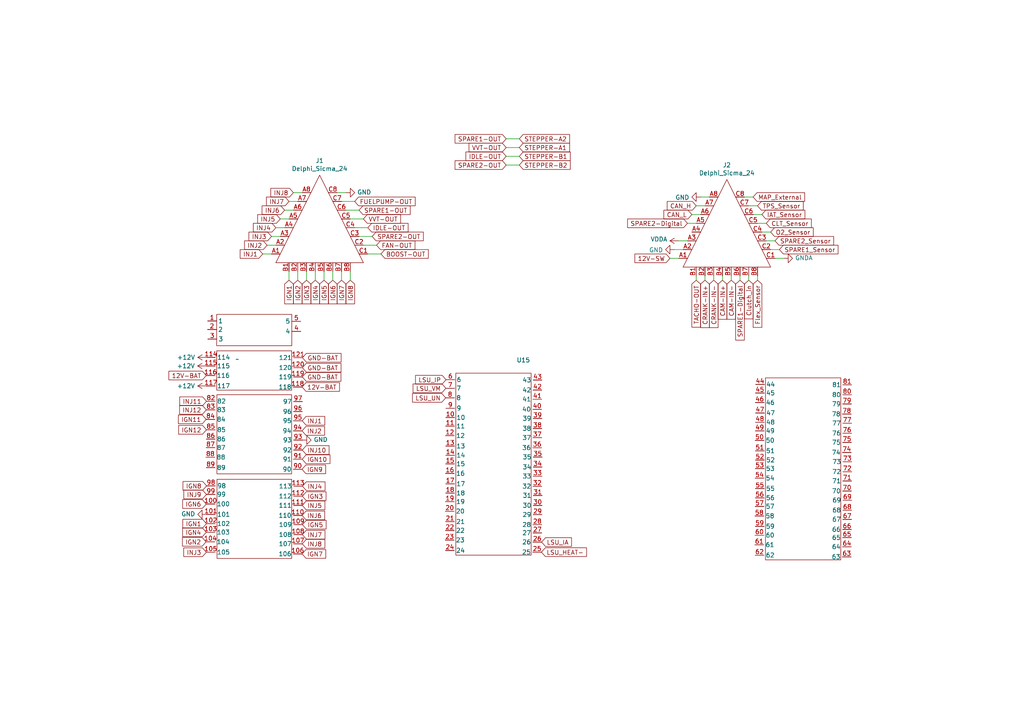
<source format=kicad_sch>
(kicad_sch (version 20230121) (generator eeschema)
  (paper "A4")
  (lib_symbols
    (symbol "AeonLabs_connectors:ECU_121_pin_pcb_header_connector"
      (property "Reference" "U" (at 0.2794 31.8262 0))
      (symbol "ECU_121_pin_pcb_header_connector_0_1"
        (rectangle (start -79.6544 42.3164) (end -57.8612 33.2232))
        (rectangle (start -79.629 31.75) (end -57.8866 20.3454))
        (rectangle (start -79.5782 19.0246) (end -57.912 -3.937))
        (rectangle (start -79.5528 -5.5118) (end -57.8866 -28.4734))
        (rectangle (start -10.287 25.273) (end 11.557 -27.5082))
        (rectangle (start 79.5274 23.9014) (end 101.3714 -28.8798))
      )
      (symbol "ECU_121_pin_pcb_header_connector_1_1"
        (pin input line (at -82.2706 40.4114 0) (length 2.54) (name "1") (number "1"))
        (pin input line (at -13.1826 12.3952 0) (length 2.54) (name "10") (number "10"))
        (pin input line (at -82.677 -12.6746 0) (length 2.54) (name "100") (number "100"))
        (pin input line (at -82.6008 -15.6972 0) (length 2.54) (name "101") (number "101"))
        (pin input line (at -82.6262 -18.3896 0) (length 2.54) (name "102") (number "102"))
        (pin input line (at -82.677 -20.8788 0) (length 2.54) (name "103") (number "103"))
        (pin input line (at -82.7278 -23.6474 0) (length 2.54) (name "104") (number "104"))
        (pin input line (at -82.6516 -26.67 0) (length 2.54) (name "105") (number "105"))
        (pin input line (at -54.864 -27.1526 180) (length 2.54) (name "106") (number "106"))
        (pin input line (at -54.8132 -24.2316 180) (length 2.54) (name "107") (number "107"))
        (pin input line (at -54.7878 -21.5646 180) (length 2.54) (name "108") (number "108"))
        (pin input line (at -54.7624 -18.669 180) (length 2.54) (name "109") (number "109"))
        (pin input line (at -13.2334 9.906 0) (length 2.54) (name "11") (number "11"))
        (pin input line (at -54.864 -16.002 180) (length 2.54) (name "110") (number "110"))
        (pin input line (at -54.8132 -13.081 180) (length 2.54) (name "111") (number "111"))
        (pin input line (at -54.7878 -10.414 180) (length 2.54) (name "112") (number "112"))
        (pin input line (at -54.7624 -7.5184 180) (length 2.54) (name "113") (number "113"))
        (pin input line (at -82.5754 29.845 0) (length 2.54) (name "114") (number "114"))
        (pin input line (at -82.6262 27.3558 0) (length 2.54) (name "115") (number "115"))
        (pin input line (at -82.677 24.5872 0) (length 2.54) (name "116") (number "116"))
        (pin input line (at -82.6008 21.5646 0) (length 2.54) (name "117") (number "117"))
        (pin input line (at -54.864 21.2598 180) (length 2.54) (name "118") (number "118"))
        (pin input line (at -54.8132 24.1808 180) (length 2.54) (name "119") (number "119"))
        (pin input line (at -13.2842 7.1374 0) (length 2.54) (name "12") (number "12"))
        (pin input line (at -54.7878 26.8478 180) (length 2.54) (name "120") (number "120"))
        (pin input line (at -54.7624 29.7434 180) (length 2.54) (name "121") (number "121"))
        (pin input line (at -13.208 4.1148 0) (length 2.54) (name "13") (number "13"))
        (pin input line (at -13.1826 1.4478 0) (length 2.54) (name "14") (number "14"))
        (pin input line (at -13.2334 -1.0414 0) (length 2.54) (name "15") (number "15"))
        (pin input line (at -13.2842 -3.81 0) (length 2.54) (name "16") (number "16"))
        (pin input line (at -13.208 -6.8326 0) (length 2.54) (name "17") (number "17"))
        (pin input line (at -13.2334 -9.525 0) (length 2.54) (name "18") (number "18"))
        (pin input line (at -13.2842 -12.0142 0) (length 2.54) (name "19") (number "19"))
        (pin input line (at -82.296 37.9222 0) (length 2.54) (name "2") (number "2"))
        (pin input line (at -13.335 -14.7828 0) (length 2.54) (name "20") (number "20"))
        (pin input line (at -13.2588 -17.8054 0) (length 2.54) (name "21") (number "21"))
        (pin input line (at -13.3096 -20.3708 0) (length 2.54) (name "22") (number "22"))
        (pin input line (at -13.3604 -23.1394 0) (length 2.54) (name "23") (number "23"))
        (pin input line (at -13.2842 -26.162 0) (length 2.54) (name "24") (number "24"))
        (pin input line (at 14.5542 -26.6446 180) (length 2.54) (name "25") (number "25"))
        (pin input line (at 14.605 -23.7236 180) (length 2.54) (name "26") (number "26"))
        (pin input line (at 14.6304 -21.0566 180) (length 2.54) (name "27") (number "27"))
        (pin input line (at 14.6304 -18.6944 180) (length 2.54) (name "28") (number "28"))
        (pin input line (at 14.6812 -15.7734 180) (length 2.54) (name "29") (number "29"))
        (pin input line (at -82.2198 35.1536 0) (length 2.54) (name "3") (number "3"))
        (pin input line (at 14.7066 -13.1064 180) (length 2.54) (name "30") (number "30"))
        (pin input line (at 14.732 -10.2108 180) (length 2.54) (name "31") (number "31"))
        (pin input line (at 14.6304 -7.5438 180) (length 2.54) (name "32") (number "32"))
        (pin input line (at 14.6812 -4.6228 180) (length 2.54) (name "33") (number "33"))
        (pin input line (at 14.7066 -1.9558 180) (length 2.54) (name "34") (number "34"))
        (pin input line (at 14.732 0.9398 180) (length 2.54) (name "35") (number "35"))
        (pin input line (at 14.5796 3.6322 180) (length 2.54) (name "36") (number "36"))
        (pin input line (at 14.6304 6.5532 180) (length 2.54) (name "37") (number "37"))
        (pin input line (at 14.6558 9.2202 180) (length 2.54) (name "38") (number "38"))
        (pin input line (at 14.6812 12.1158 180) (length 2.54) (name "39") (number "39"))
        (pin input line (at -55.245 37.3888 180) (length 2.54) (name "4") (number "4"))
        (pin input line (at 14.5796 14.7828 180) (length 2.54) (name "40") (number "40"))
        (pin input line (at 14.6304 17.7038 180) (length 2.54) (name "41") (number "41"))
        (pin input line (at 14.6558 20.3708 180) (length 2.54) (name "42") (number "42"))
        (pin input line (at 14.6812 23.2664 180) (length 2.54) (name "43") (number "43"))
        (pin input line (at 76.6826 21.9964 0) (length 2.54) (name "44") (number "44"))
        (pin input line (at 76.6318 19.5072 0) (length 2.54) (name "45") (number "45"))
        (pin input line (at 76.581 16.7386 0) (length 2.54) (name "46") (number "46"))
        (pin input line (at 76.6572 13.716 0) (length 2.54) (name "47") (number "47"))
        (pin input line (at 76.6318 11.0236 0) (length 2.54) (name "48") (number "48"))
        (pin input line (at 76.581 8.5344 0) (length 2.54) (name "49") (number "49"))
        (pin input line (at -55.2704 40.3098 180) (length 2.54) (name "5") (number "5"))
        (pin input line (at 76.5302 5.7658 0) (length 2.54) (name "50") (number "50"))
        (pin input line (at 76.6064 2.7432 0) (length 2.54) (name "51") (number "51"))
        (pin input line (at 76.6318 0.0762 0) (length 2.54) (name "52") (number "52"))
        (pin input line (at 76.581 -2.413 0) (length 2.54) (name "53") (number "53"))
        (pin input line (at 76.5302 -5.1816 0) (length 2.54) (name "54") (number "54"))
        (pin input line (at 76.6064 -8.2042 0) (length 2.54) (name "55") (number "55"))
        (pin input line (at 76.581 -10.8966 0) (length 2.54) (name "56") (number "56"))
        (pin input line (at 76.5302 -13.3858 0) (length 2.54) (name "57") (number "57"))
        (pin input line (at 76.4794 -16.1544 0) (length 2.54) (name "58") (number "58"))
        (pin input line (at 76.5556 -19.177 0) (length 2.54) (name "59") (number "59"))
        (pin input line (at -13.1318 23.368 0) (length 2.54) (name "6") (number "6"))
        (pin input line (at 76.5048 -21.7424 0) (length 2.54) (name "60") (number "60"))
        (pin input line (at 76.454 -24.511 0) (length 2.54) (name "61") (number "61"))
        (pin input line (at 76.5302 -27.5336 0) (length 2.54) (name "62") (number "62"))
        (pin input line (at 104.3686 -28.0162 180) (length 2.54) (name "63") (number "63"))
        (pin input line (at 104.4194 -25.0952 180) (length 2.54) (name "64") (number "64"))
        (pin input line (at 104.4448 -22.4282 180) (length 2.54) (name "65") (number "65"))
        (pin input line (at 104.4448 -20.066 180) (length 2.54) (name "66") (number "66"))
        (pin input line (at 104.4956 -17.145 180) (length 2.54) (name "67") (number "67"))
        (pin input line (at 104.521 -14.478 180) (length 2.54) (name "68") (number "68"))
        (pin input line (at 104.5464 -11.5824 180) (length 2.54) (name "69") (number "69"))
        (pin input line (at -13.1826 20.8788 0) (length 2.54) (name "7") (number "7"))
        (pin input line (at 104.4448 -8.9154 180) (length 2.54) (name "70") (number "70"))
        (pin input line (at 104.4956 -5.9944 180) (length 2.54) (name "71") (number "71"))
        (pin input line (at 104.521 -3.3274 180) (length 2.54) (name "72") (number "72"))
        (pin input line (at 104.5464 -0.4318 180) (length 2.54) (name "73") (number "73"))
        (pin input line (at 104.394 2.2606 180) (length 2.54) (name "74") (number "74"))
        (pin input line (at 104.4448 5.1816 180) (length 2.54) (name "75") (number "75"))
        (pin input line (at 104.4702 7.8486 180) (length 2.54) (name "76") (number "76"))
        (pin input line (at 104.4956 10.7442 180) (length 2.54) (name "77") (number "77"))
        (pin input line (at 104.394 13.4112 180) (length 2.54) (name "78") (number "78"))
        (pin input line (at 104.4448 16.3322 180) (length 2.54) (name "79") (number "79"))
        (pin input line (at -13.2334 18.1102 0) (length 2.54) (name "8") (number "8"))
        (pin input line (at 104.4702 18.9992 180) (length 2.54) (name "80") (number "80"))
        (pin input line (at 104.4956 21.8948 180) (length 2.54) (name "81") (number "81"))
        (pin input line (at -82.6008 17.1196 0) (length 2.54) (name "82") (number "82"))
        (pin input line (at -82.6516 14.6304 0) (length 2.54) (name "83") (number "83"))
        (pin input line (at -82.7024 11.8618 0) (length 2.54) (name "84") (number "84"))
        (pin input line (at -82.6262 8.8392 0) (length 2.54) (name "85") (number "85"))
        (pin input line (at -82.6516 6.1468 0) (length 2.54) (name "86") (number "86"))
        (pin input line (at -82.7024 3.6576 0) (length 2.54) (name "87") (number "87"))
        (pin input line (at -82.7532 0.889 0) (length 2.54) (name "88") (number "88"))
        (pin input line (at -82.677 -2.1336 0) (length 2.54) (name "89") (number "89"))
        (pin input line (at -13.1572 15.0876 0) (length 2.54) (name "9") (number "9"))
        (pin input line (at -54.8894 -2.6162 180) (length 2.54) (name "90") (number "90"))
        (pin input line (at -54.8386 0.3048 180) (length 2.54) (name "91") (number "91"))
        (pin input line (at -54.8132 2.9718 180) (length 2.54) (name "92") (number "92"))
        (pin input line (at -54.7878 5.8674 180) (length 2.54) (name "93") (number "93"))
        (pin input line (at -54.8894 8.5344 180) (length 2.54) (name "94") (number "94"))
        (pin input line (at -54.8386 11.4554 180) (length 2.54) (name "95") (number "95"))
        (pin input line (at -54.8132 14.1224 180) (length 2.54) (name "96") (number "96"))
        (pin input line (at -54.7878 17.018 180) (length 2.54) (name "97") (number "97"))
        (pin input line (at -82.5754 -7.4168 0) (length 2.54) (name "98") (number "98"))
        (pin input line (at -82.6262 -9.906 0) (length 2.54) (name "99") (number "99"))
      )
    )
    (symbol "Connector_Automotive:Delphi_Sicma_24" (pin_names (offset 1.016))
      (property "Reference" "J" (at 0 1.27 0))
      (property "Value" "Delphi_Sicma_24" (at 0 -5.08 0))
      (symbol "Delphi_Sicma_24_0_1"
        (polyline (pts (xy -12.7 -12.7) (xy 0 12.7) (xy 12.7 -12.7) (xy -12.7 -12.7)))
      )
      (symbol "Delphi_Sicma_24_1_1"
        (pin passive line (at -13.97 -10.16 0) (length 2.54) (name "~") (number "A1"))
        (pin passive line (at -12.7 -7.62 0) (length 2.54) (name "~") (number "A2"))
        (pin passive line (at -11.43 -5.08 0) (length 2.54) (name "~") (number "A3"))
        (pin passive line (at -10.16 -2.54 0) (length 2.54) (name "~") (number "A4"))
        (pin passive line (at -8.89 0 0) (length 2.54) (name "~") (number "A5"))
        (pin passive line (at -7.62 2.54 0) (length 2.54) (name "~") (number "A6"))
        (pin passive line (at -6.35 5.08 0) (length 2.54) (name "~") (number "A7"))
        (pin passive line (at -5.08 7.62 0) (length 2.54) (name "~") (number "A8"))
        (pin passive line (at -8.89 -15.24 90) (length 2.54) (name "~") (number "B1"))
        (pin passive line (at -6.35 -15.24 90) (length 2.54) (name "~") (number "B2"))
        (pin passive line (at -3.81 -15.24 90) (length 2.54) (name "~") (number "B3"))
        (pin passive line (at -1.27 -15.24 90) (length 2.54) (name "~") (number "B4"))
        (pin passive line (at 1.27 -15.24 90) (length 2.54) (name "~") (number "B5"))
        (pin passive line (at 3.81 -15.24 90) (length 2.54) (name "~") (number "B6"))
        (pin passive line (at 6.35 -15.24 90) (length 2.54) (name "~") (number "B7"))
        (pin passive line (at 8.89 -15.24 90) (length 2.54) (name "~") (number "B8"))
        (pin passive line (at 13.97 -10.16 180) (length 2.54) (name "~") (number "C1"))
        (pin passive line (at 12.7 -7.62 180) (length 2.54) (name "~") (number "C2"))
        (pin passive line (at 11.43 -5.08 180) (length 2.54) (name "~") (number "C3"))
        (pin passive line (at 10.16 -2.54 180) (length 2.54) (name "~") (number "C4"))
        (pin passive line (at 8.89 0 180) (length 2.54) (name "~") (number "C5"))
        (pin passive line (at 7.62 2.54 180) (length 2.54) (name "~") (number "C6"))
        (pin passive line (at 6.35 5.08 180) (length 2.54) (name "~") (number "C7"))
        (pin passive line (at 5.08 7.62 180) (length 2.54) (name "~") (number "C8"))
      )
    )
    (symbol "power:+12V" (power) (pin_names (offset 0))
      (property "Value" "+12V" (at 0 3.556 0))
      (symbol "+12V_0_1"
        (polyline (pts (xy -0.762 1.27) (xy 0 2.54)))
        (polyline (pts (xy 0 0) (xy 0 2.54)))
        (polyline (pts (xy 0 2.54) (xy 0.762 1.27)))
      )
      (symbol "+12V_1_1"
        (pin power_in line (at 0 0 90) (length 0) hide (name "+12V") (number "1"))
      )
    )
    (symbol "power:GND" (power) (pin_names (offset 0))
      (property "Value" "GND" (at 0 -3.81 0))
      (symbol "GND_0_1"
        (polyline (pts (xy 0 0) (xy 0 -1.27) (xy 1.27 -1.27) (xy 0 -2.54) (xy -1.27 -1.27) (xy 0 -1.27)))
      )
      (symbol "GND_1_1"
        (pin power_in line (at 0 0 270) (length 0) hide (name "GND") (number "1"))
      )
    )
    (symbol "power:GNDA" (power) (pin_names (offset 0))
      (property "Value" "GNDA" (at 0 -3.81 0))
      (symbol "GNDA_0_1"
        (polyline (pts (xy 0 0) (xy 0 -1.27) (xy 1.27 -1.27) (xy 0 -2.54) (xy -1.27 -1.27) (xy 0 -1.27)))
      )
      (symbol "GNDA_1_1"
        (pin power_in line (at 0 0 270) (length 0) hide (name "GNDA") (number "1"))
      )
    )
    (symbol "power:VDDA" (power) (pin_names (offset 0))
      (property "Value" "VDDA" (at 0 3.81 0))
      (symbol "VDDA_0_1"
        (polyline (pts (xy -0.762 1.27) (xy 0 2.54)))
        (polyline (pts (xy 0 0) (xy 0 2.54)))
        (polyline (pts (xy 0 2.54) (xy 0.762 1.27)))
      )
      (symbol "VDDA_1_1"
        (pin power_in line (at 0 0 90) (length 0) hide (name "VDDA") (number "1"))
      )
    )
  )
  (wire (pts (xy 102.87 58.42) (xy 99.06 58.42)))
  (wire (pts (xy 201.93 59.69) (xy 204.47 59.69)))
  (wire (pts (xy 80.01 66.04) (xy 82.55 66.04)))
  (wire (pts (xy 227.33 74.93) (xy 224.79 74.93)))
  (wire (pts (xy 196.85 69.85) (xy 199.39 69.85)))
  (wire (pts (xy 219.71 81.28) (xy 219.71 80.01)))
  (wire (pts (xy 204.47 80.01) (xy 204.47 81.28)))
  (wire (pts (xy 88.9 81.28) (xy 88.9 78.74)))
  (wire (pts (xy 203.2 57.15) (xy 205.74 57.15)))
  (wire (pts (xy 96.52 78.74) (xy 96.52 81.28)))
  (wire (pts (xy 222.25 64.77) (xy 219.71 64.77)))
  (wire (pts (xy 195.58 72.39) (xy 198.12 72.39)))
  (wire (pts (xy 146.812 47.879) (xy 150.622 47.879)))
  (wire (pts (xy 78.74 73.66) (xy 76.2 73.66)))
  (wire (pts (xy 105.41 71.12) (xy 109.22 71.12)))
  (wire (pts (xy 86.36 58.42) (xy 83.82 58.42)))
  (wire (pts (xy 102.87 66.04) (xy 106.68 66.04)))
  (wire (pts (xy 83.82 63.5) (xy 81.28 63.5)))
  (wire (pts (xy 83.82 81.28) (xy 83.82 78.74)))
  (wire (pts (xy 85.09 55.88) (xy 87.63 55.88)))
  (wire (pts (xy 81.28 68.58) (xy 78.74 68.58)))
  (wire (pts (xy 209.55 80.01) (xy 209.55 81.28)))
  (wire (pts (xy 203.2 62.23) (xy 200.66 62.23)))
  (wire (pts (xy 194.31 74.93) (xy 196.85 74.93)))
  (wire (pts (xy 86.36 78.74) (xy 86.36 81.28)))
  (wire (pts (xy 218.44 57.15) (xy 215.9 57.15)))
  (wire (pts (xy 150.622 40.259) (xy 146.812 40.259)))
  (wire (pts (xy 207.01 81.28) (xy 207.01 80.01)))
  (wire (pts (xy 91.44 78.74) (xy 91.44 81.28)))
  (wire (pts (xy 199.39 64.77) (xy 201.93 64.77)))
  (wire (pts (xy 77.47 71.12) (xy 80.01 71.12)))
  (wire (pts (xy 219.71 59.69) (xy 217.17 59.69)))
  (wire (pts (xy 212.09 81.28) (xy 212.09 80.01)))
  (wire (pts (xy 224.79 69.85) (xy 222.25 69.85)))
  (wire (pts (xy 100.33 55.88) (xy 97.79 55.88)))
  (wire (pts (xy 104.14 60.96) (xy 100.33 60.96)))
  (wire (pts (xy 107.95 68.58) (xy 104.14 68.58)))
  (wire (pts (xy 105.41 63.5) (xy 101.6 63.5)))
  (wire (pts (xy 82.55 60.96) (xy 85.09 60.96)))
  (wire (pts (xy 101.6 78.74) (xy 101.6 81.28)))
  (wire (pts (xy 93.98 81.28) (xy 93.98 78.74)))
  (wire (pts (xy 220.98 67.31) (xy 223.52 67.31)))
  (wire (pts (xy 223.52 72.39) (xy 226.06 72.39)))
  (wire (pts (xy 214.63 81.28) (xy 214.63 80.01)))
  (wire (pts (xy 99.06 81.28) (xy 99.06 78.74)))
  (wire (pts (xy 217.17 80.01) (xy 217.17 81.28)))
  (wire (pts (xy 150.622 45.339) (xy 146.812 45.339)))
  (wire (pts (xy 146.812 42.799) (xy 150.622 42.799)))
  (wire (pts (xy 218.44 62.23) (xy 220.98 62.23)))
  (wire (pts (xy 201.93 81.28) (xy 201.93 80.01)))
  (wire (pts (xy 110.49 73.66) (xy 106.68 73.66)))
  (global_label "INJ4" (shape input) (at 87.7316 141.0208 0) (property "Intersheetrefs" "${INTERSHEET_REFS}" (effects hide)))
  (global_label "CAM-IN-" (shape input) (at 212.09 81.28 270) (property "Intersheetrefs" "${INTERSHEET_REFS}" (effects hide)))
  (global_label "CAN_H" (shape input) (at 201.93 59.69 180) (property "Intersheetrefs" "${INTERSHEET_REFS}" (effects hide)))
  (global_label "O2_Sensor" (shape input) (at 223.52 67.31 0) (property "Intersheetrefs" "${INTERSHEET_REFS}" (effects hide)))
  (global_label "IGN11" (shape input) (at 59.7916 121.6406 180) (property "Intersheetrefs" "${INTERSHEET_REFS}" (effects hide)))
  (global_label "INJ9" (shape input) (at 59.8678 143.4084 180) (property "Intersheetrefs" "${INTERSHEET_REFS}" (effects hide)))
  (global_label "IGN2" (shape input) (at 86.36 81.28 270) (property "Intersheetrefs" "${INTERSHEET_REFS}" (effects hide)))
  (global_label "IGN4" (shape input) (at 91.44 81.28 270) (property "Intersheetrefs" "${INTERSHEET_REFS}" (effects hide)))
  (global_label "LSU_HEAT-" (shape input) (at 157.0482 160.147 0) (property "Intersheetrefs" "${INTERSHEET_REFS}" (effects hide)))
  (global_label "IAT_Sensor" (shape input) (at 220.98 62.23 0) (property "Intersheetrefs" "${INTERSHEET_REFS}" (effects hide)))
  (global_label "INJ6" (shape input) (at 82.55 60.96 180) (property "Intersheetrefs" "${INTERSHEET_REFS}" (effects hide)))
  (global_label "IGN10" (shape input) (at 87.6554 133.1976 0) (property "Intersheetrefs" "${INTERSHEET_REFS}" (effects hide)))
  (global_label "SPARE2-Digital" (shape input) (at 199.39 64.77 180) (property "Intersheetrefs" "${INTERSHEET_REFS}" (effects hide)))
  (global_label "GND-BAT" (shape input) (at 87.7062 106.6546 0) (property "Intersheetrefs" "${INTERSHEET_REFS}" (effects hide)))
  (global_label "INJ5" (shape input) (at 87.6808 146.5834 0) (property "Intersheetrefs" "${INTERSHEET_REFS}" (effects hide)))
  (global_label "FAN-OUT" (shape input) (at 109.22 71.12 0) (property "Intersheetrefs" "${INTERSHEET_REFS}" (effects hide)))
  (global_label "LSU_VM" (shape input) (at 129.3114 112.6236 180) (property "Intersheetrefs" "${INTERSHEET_REFS}" (effects hide)))
  (global_label "IGN7" (shape input) (at 99.06 81.28 270) (property "Intersheetrefs" "${INTERSHEET_REFS}" (effects hide)))
  (global_label "STEPPER-A1" (shape input) (at 150.622 42.799 0) (property "Intersheetrefs" "${INTERSHEET_REFS}" (effects hide)))
  (global_label "IGN3" (shape input) (at 87.7062 143.9164 0) (property "Intersheetrefs" "${INTERSHEET_REFS}" (effects hide)))
  (global_label "INJ11" (shape input) (at 59.8932 116.3828 180) (property "Intersheetrefs" "${INTERSHEET_REFS}" (effects hide)))
  (global_label "IGN9" (shape input) (at 87.6046 136.1186 0) (property "Intersheetrefs" "${INTERSHEET_REFS}" (effects hide)))
  (global_label "INJ6" (shape input) (at 87.63 149.5044 0) (property "Intersheetrefs" "${INTERSHEET_REFS}" (effects hide)))
  (global_label "IGN5" (shape input) (at 93.98 81.28 270) (property "Intersheetrefs" "${INTERSHEET_REFS}" (effects hide)))
  (global_label "CAM-IN+" (shape input) (at 209.55 81.28 270) (property "Intersheetrefs" "${INTERSHEET_REFS}" (effects hide)))
  (global_label "IGN12" (shape input) (at 59.8678 124.6632 180) (property "Intersheetrefs" "${INTERSHEET_REFS}" (effects hide)))
  (global_label "IDLE-OUT" (shape input) (at 106.68 66.04 0) (property "Intersheetrefs" "${INTERSHEET_REFS}" (effects hide)))
  (global_label "CLT_Sensor" (shape input) (at 222.25 64.77 0) (property "Intersheetrefs" "${INTERSHEET_REFS}" (effects hide)))
  (global_label "LSU_UN" (shape input) (at 129.2606 115.3922 180) (property "Intersheetrefs" "${INTERSHEET_REFS}" (effects hide)))
  (global_label "IGN1" (shape input) (at 83.82 81.28 270) (property "Intersheetrefs" "${INTERSHEET_REFS}" (effects hide)))
  (global_label "SPARE2-OUT" (shape input) (at 107.95 68.58 0) (property "Intersheetrefs" "${INTERSHEET_REFS}" (effects hide)))
  (global_label "INJ8" (shape input) (at 87.6808 157.734 0) (property "Intersheetrefs" "${INTERSHEET_REFS}" (effects hide)))
  (global_label "IGN8" (shape input) (at 59.9186 140.9192 180) (property "Intersheetrefs" "${INTERSHEET_REFS}" (effects hide)))
  (global_label "BOOST-OUT" (shape input) (at 110.49 73.66 0) (property "Intersheetrefs" "${INTERSHEET_REFS}" (effects hide)))
  (global_label "INJ1" (shape input) (at 76.2 73.66 180) (property "Intersheetrefs" "${INTERSHEET_REFS}" (effects hide)))
  (global_label "12V-BAT" (shape input) (at 59.817 108.9152 180) (property "Intersheetrefs" "${INTERSHEET_REFS}" (effects hide)))
  (global_label "IGN8" (shape input) (at 101.6 81.28 270) (property "Intersheetrefs" "${INTERSHEET_REFS}" (effects hide)))
  (global_label "Clutch_in" (shape input) (at 217.17 81.28 270) (property "Intersheetrefs" "${INTERSHEET_REFS}" (effects hide)))
  (global_label "SPARE2_Sensor" (shape input) (at 224.79 69.85 0) (property "Intersheetrefs" "${INTERSHEET_REFS}" (effects hide)))
  (global_label "INJ3" (shape input) (at 59.8424 160.1724 180) (property "Intersheetrefs" "${INTERSHEET_REFS}" (effects hide)))
  (global_label "LSU_IA" (shape input) (at 157.099 157.226 0) (property "Intersheetrefs" "${INTERSHEET_REFS}" (effects hide)))
  (global_label "STEPPER-A2" (shape input) (at 150.622 40.259 0) (property "Intersheetrefs" "${INTERSHEET_REFS}" (effects hide)))
  (global_label "SPARE1_Sensor" (shape input) (at 226.06 72.39 0) (property "Intersheetrefs" "${INTERSHEET_REFS}" (effects hide)))
  (global_label "12V-SW" (shape input) (at 194.31 74.93 180) (property "Intersheetrefs" "${INTERSHEET_REFS}" (effects hide)))
  (global_label "TPS_Sensor" (shape input) (at 219.71 59.69 0) (property "Intersheetrefs" "${INTERSHEET_REFS}" (effects hide)))
  (global_label "IGN1" (shape input) (at 59.8678 151.892 180) (property "Intersheetrefs" "${INTERSHEET_REFS}" (effects hide)))
  (global_label "FUELPUMP-OUT" (shape input) (at 102.87 58.42 0) (property "Intersheetrefs" "${INTERSHEET_REFS}" (effects hide)))
  (global_label "STEPPER-B2" (shape input) (at 150.622 47.879 0) (property "Intersheetrefs" "${INTERSHEET_REFS}" (effects hide)))
  (global_label "IDLE-OUT" (shape input) (at 146.812 45.339 180) (property "Intersheetrefs" "${INTERSHEET_REFS}" (effects hide)))
  (global_label "INJ8" (shape input) (at 85.09 55.88 180) (property "Intersheetrefs" "${INTERSHEET_REFS}" (effects hide)))
  (global_label "MAP_External" (shape input) (at 218.44 57.15 0) (property "Intersheetrefs" "${INTERSHEET_REFS}" (effects hide)))
  (global_label "INJ7" (shape input) (at 87.7062 155.067 0) (property "Intersheetrefs" "${INTERSHEET_REFS}" (effects hide)))
  (global_label "IGN7" (shape input) (at 87.63 160.655 0) (property "Intersheetrefs" "${INTERSHEET_REFS}" (effects hide)))
  (global_label "CAN_L" (shape input) (at 200.66 62.23 180) (property "Intersheetrefs" "${INTERSHEET_REFS}" (effects hide)))
  (global_label "VVT-OUT" (shape input) (at 105.41 63.5 0) (property "Intersheetrefs" "${INTERSHEET_REFS}" (effects hide)))
  (global_label "IGN3" (shape input) (at 88.9 81.28 270) (property "Intersheetrefs" "${INTERSHEET_REFS}" (effects hide)))
  (global_label "CRANK-IN-" (shape input) (at 207.01 81.28 270) (property "Intersheetrefs" "${INTERSHEET_REFS}" (effects hide)))
  (global_label "IGN4" (shape input) (at 59.817 154.3812 180) (property "Intersheetrefs" "${INTERSHEET_REFS}" (effects hide)))
  (global_label "IGN6" (shape input) (at 59.817 146.177 180) (property "Intersheetrefs" "${INTERSHEET_REFS}" (effects hide)))
  (global_label "INJ3" (shape input) (at 78.74 68.58 180) (property "Intersheetrefs" "${INTERSHEET_REFS}" (effects hide)))
  (global_label "CRANK-IN+" (shape input) (at 204.47 81.28 270) (property "Intersheetrefs" "${INTERSHEET_REFS}" (effects hide)))
  (global_label "INJ1" (shape input) (at 87.6554 122.047 0) (property "Intersheetrefs" "${INTERSHEET_REFS}" (effects hide)))
  (global_label "SPARE1-Digital" (shape input) (at 214.63 81.28 270) (property "Intersheetrefs" "${INTERSHEET_REFS}" (effects hide)))
  (global_label "INJ4" (shape input) (at 80.01 66.04 180) (property "Intersheetrefs" "${INTERSHEET_REFS}" (effects hide)))
  (global_label "INJ7" (shape input) (at 83.82 58.42 180) (property "Intersheetrefs" "${INTERSHEET_REFS}" (effects hide)))
  (global_label "STEPPER-B1" (shape input) (at 150.622 45.339 0) (property "Intersheetrefs" "${INTERSHEET_REFS}" (effects hide)))
  (global_label "SPARE1-OUT" (shape input) (at 104.14 60.96 0) (property "Intersheetrefs" "${INTERSHEET_REFS}" (effects hide)))
  (global_label "INJ2" (shape input) (at 77.47 71.12 180) (property "Intersheetrefs" "${INTERSHEET_REFS}" (effects hide)))
  (global_label "INJ12" (shape input) (at 59.8424 118.872 180) (property "Intersheetrefs" "${INTERSHEET_REFS}" (effects hide)))
  (global_label "INJ10" (shape input) (at 87.6808 130.5306 0) (property "Intersheetrefs" "${INTERSHEET_REFS}" (effects hide)))
  (global_label "SPARE1-OUT" (shape input) (at 146.812 40.259 180) (property "Intersheetrefs" "${INTERSHEET_REFS}" (effects hide)))
  (global_label "IGN6" (shape input) (at 96.52 81.28 270) (property "Intersheetrefs" "${INTERSHEET_REFS}" (effects hide)))
  (global_label "12V-BAT" (shape input) (at 87.63 112.2426 0) (property "Intersheetrefs" "${INTERSHEET_REFS}" (effects hide)))
  (global_label "GND-BAT" (shape input) (at 87.7316 103.759 0) (property "Intersheetrefs" "${INTERSHEET_REFS}" (effects hide)))
  (global_label "IGN2" (shape input) (at 59.7662 157.1498 180) (property "Intersheetrefs" "${INTERSHEET_REFS}" (effects hide)))
  (global_label "SPARE2-OUT" (shape input) (at 146.812 47.879 180) (property "Intersheetrefs" "${INTERSHEET_REFS}" (effects hide)))
  (global_label "TACHO-OUT" (shape input) (at 201.93 81.28 270) (property "Intersheetrefs" "${INTERSHEET_REFS}" (effects hide)))
  (global_label "Flex_Sensor" (shape input) (at 219.71 81.28 270) (property "Intersheetrefs" "${INTERSHEET_REFS}" (effects hide)))
  (global_label "GND-BAT" (shape input) (at 87.6808 109.3216 0) (property "Intersheetrefs" "${INTERSHEET_REFS}" (effects hide)))
  (global_label "INJ5" (shape input) (at 81.28 63.5 180) (property "Intersheetrefs" "${INTERSHEET_REFS}" (effects hide)))
  (global_label "VVT-OUT" (shape input) (at 146.812 42.799 180) (property "Intersheetrefs" "${INTERSHEET_REFS}" (effects hide)))
  (global_label "INJ2" (shape input) (at 87.6046 124.968 0) (property "Intersheetrefs" "${INTERSHEET_REFS}" (effects hide)))
  (global_label "LSU_IP" (shape input) (at 129.3622 110.1344 180) (property "Intersheetrefs" "${INTERSHEET_REFS}" (effects hide)))
  (global_label "IGN5" (shape input) (at 87.7316 152.1714 0) (property "Intersheetrefs" "${INTERSHEET_REFS}" (effects hide)))
  (symbol (lib_id "Connector_Automotive:Delphi_Sicma_24") (at 92.71 63.5 0) (unit 1)
    (property "Reference" "J1" (at 92.71 46.609 0))
    (property "Value" "Delphi_Sicma_24" (at 92.71 48.9204 0))
    (property "Footprint" "Connector_Automotive:Delphi_Sicma_24_Grey" (effects hide))
  )
  (symbol (lib_id "Connector_Automotive:Delphi_Sicma_24") (at 210.82 64.77 0) (unit 1)
    (property "Reference" "J2" (at 210.82 47.879 0))
    (property "Value" "Delphi_Sicma_24" (at 210.82 50.1904 0))
    (property "Footprint" "Connector_Automotive:Delphi_Sicma_24_Black" (effects hide))
  )
  (symbol (lib_id "power:GNDA") (at 227.33 74.93 90) (unit 1)
    (property "Reference" "#PWR0154" (effects hide))
    (property "Value" "GNDA" (at 230.5812 74.803 90) (effects (justify right)))
  )
  (symbol (lib_id "power:GND") (at 100.33 55.88 90) (unit 1)
    (property "Reference" "#PWR0156" (effects hide))
    (property "Value" "GND" (at 103.5812 55.753 90) (effects (justify right)))
  )
  (symbol (lib_id "power:GND") (at 203.2 57.15 270) (unit 1)
    (property "Reference" "#PWR0137" (effects hide))
    (property "Value" "GND" (at 199.9488 57.277 90) (effects (justify right)))
  )
  (symbol (lib_id "power:VDDA") (at 196.85 69.85 90) (unit 1)
    (property "Reference" "#PWR0188" (effects hide))
    (property "Value" "VDDA" (at 193.5988 69.3928 90) (effects (justify left)))
  )
  (symbol (lib_id "power:GND") (at 195.58 72.39 270) (unit 1)
    (property "Reference" "#PWR0215" (effects hide))
    (property "Value" "GND" (at 192.3288 72.517 90) (effects (justify right)))
  )
  (symbol (lib_id "AeonLabs_connectors:ECU_121_pin_pcb_header_connector") (at 142.494 133.5024 0) (unit 1)
    (property "Reference" "U15" (at 151.7904 104.4448 0))
    (property "Value" "~" (at 68.834 104.1908 0))
    (property "Footprint" "AeonLabs_Connectors:121 pin ECU connector header" (effects hide))
  )
  (symbol (lib_id "power:GND") (at 59.8932 149.1996 270) (mirror x) (unit 1)
    (property "Reference" "#PWR0100" (effects hide))
    (property "Value" "GND" (at 56.642 149.0726 90) (effects (justify right)))
  )
  (symbol (lib_id "power:+12V") (at 59.8932 111.9378 90) (mirror x) (unit 1)
    (property "Reference" "#PWR0224" (effects hide))
    (property "Value" "+12V" (at 56.5912 111.9378 90) (effects (justify left)))
  )
  (symbol (lib_id "power:GND") (at 87.7062 127.635 90) (unit 1)
    (property "Reference" "#PWR099" (effects hide))
    (property "Value" "GND" (at 90.9574 127.508 90) (effects (justify right)))
  )
  (symbol (lib_id "power:+12V") (at 59.8678 106.1466 90) (mirror x) (unit 1)
    (property "Reference" "#PWR0223" (effects hide))
    (property "Value" "+12V" (at 56.5658 106.1466 90) (effects (justify left)))
  )
  (symbol (lib_id "power:+12V") (at 59.9186 103.6574 90) (mirror x) (unit 1)
    (property "Reference" "#PWR0222" (effects hide))
    (property "Value" "+12V" (at 56.6166 103.6574 90) (effects (justify left)))
  )
)
</source>
